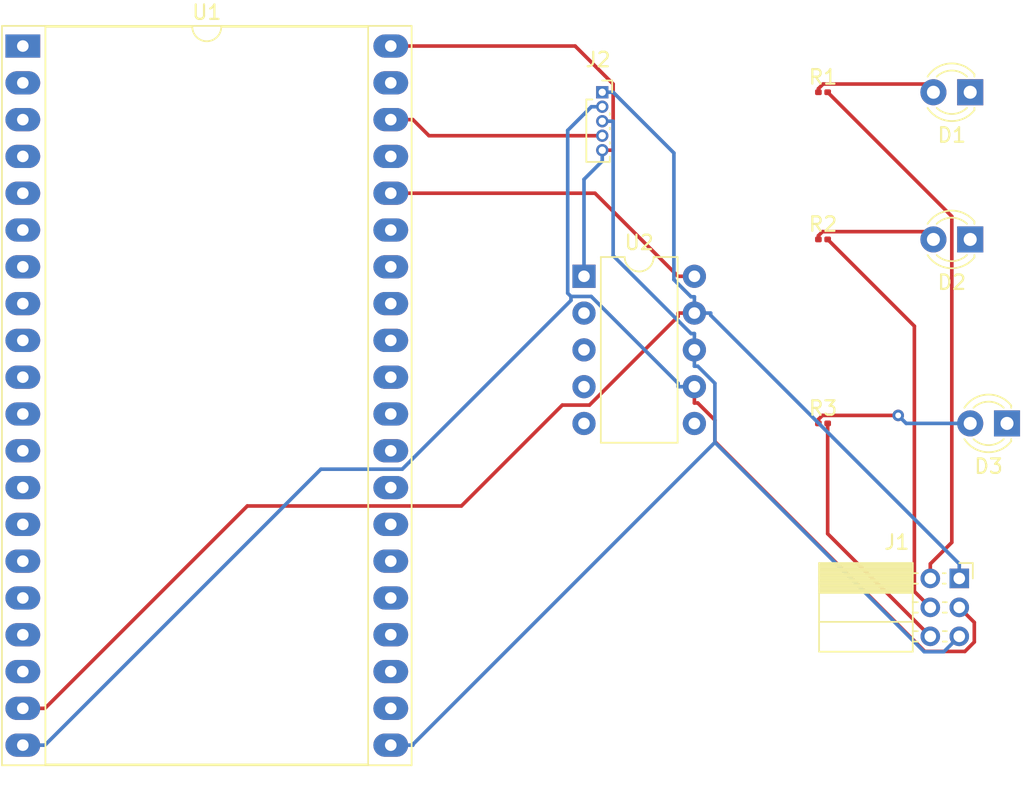
<source format=kicad_pcb>
(kicad_pcb (version 20211014) (generator pcbnew)
  (layers (0 "F.Cu" signal) (31 "B.Cu" signal) (34 "B.Paste" user) (35 "F.Paste" user) (36 "B.SilkS" user "B.Silkscreen") (37 "F.SilkS" user "F.Silkscreen") (38 "B.Mask" user) (39 "F.Mask" user) (44 "Edge.Cuts" user))
  (net 0 "")
  (net 2 "Net-(D1-Pad2)")
  (net 4 "Net-(D2-Pad2)")
  (net 6 "Net-(D3-Pad2)")
  (net 7 "Net-(J1-Pad1)")
  (net 8 "Net-(J1-Pad2)")
  (net 9 "Net-(J1-Pad3)")
  (net 10 "Net-(J1-Pad4)")
  (net 11 "Net-(J1-Pad5)")
  (net 12 "Net-(J1-Pad6)")
  (net 45 "Net-(U1-Pad36)")
  (net 47 "Net-(J2-Pad4)")
  (net 49 "Net-(J2-Pad5)")
  (footprint "Resistor_SMD:R_0201_0603Metric" (layer "F.Cu") (at 144.78 78.74)
    (fp_text reference "R1" (at 0 -1.05) (layer "F.SilkS"))
    (fp_text value "330")
    (pad "1" smd roundrect (at -0.32 0) (size 0.46 0.4) (layers "F.Cu" "F.Mask") (net 2 "Net-(D1-Pad2)"))
    (pad "2" smd roundrect (at 0.32 0) (size 0.46 0.4) (layers "F.Cu" "F.Mask") (net 8 "Net-(J1-Pad2)"))
  )
  (footprint "Package_DIP:DIP-40_W25.4mm_Socket_LongPads" (layer "F.Cu") (at 89.54 75.55)
    (fp_text reference "U1" (at 12.7 -2.33) (layer "F.SilkS"))
    (fp_text value "Pico-MCU_RaspberryPi_and_Boards")
    (fp_line (start -1.44 49.65) (end 26.84 49.65) (layer "F.SilkS") (width 0.12))
    (fp_line (start 11.7 -1.33) (end 1.56 -1.33) (layer "F.SilkS") (width 0.12))
    (fp_line (start 1.56 49.59) (end 23.84 49.59) (layer "F.SilkS") (width 0.12))
    (fp_line (start 23.84 -1.33) (end 13.7 -1.33) (layer "F.SilkS") (width 0.12))
    (fp_line (start 1.56 -1.33) (end 1.56 49.59) (layer "F.SilkS") (width 0.12))
    (fp_line (start -1.44 -1.39) (end -1.44 49.65) (layer "F.SilkS") (width 0.12))
    (fp_line (start 23.84 49.59) (end 23.84 -1.33) (layer "F.SilkS") (width 0.12))
    (fp_line (start 26.84 49.65) (end 26.84 -1.39) (layer "F.SilkS") (width 0.12))
    (fp_line (start 26.84 -1.39) (end -1.44 -1.39) (layer "F.SilkS") (width 0.12))
    (fp_arc (start 13.7 -1.33) (mid 12.7 -0.33) (end 11.7 -1.33) (layer "F.SilkS") (width 0.12))
    (pad "1" thru_hole rect (at 0 0) (size 2.4 1.6) (drill 0.8) (layers *.Cu *.Mask))
    (pad "2" thru_hole oval (at 0 2.54) (size 2.4 1.6) (drill 0.8) (layers *.Cu *.Mask))
    (pad "3" thru_hole oval (at 0 5.08) (size 2.4 1.6) (drill 0.8) (layers *.Cu *.Mask))
    (pad "4" thru_hole oval (at 0 7.62) (size 2.4 1.6) (drill 0.8) (layers *.Cu *.Mask))
    (pad "5" thru_hole oval (at 0 10.16) (size 2.4 1.6) (drill 0.8) (layers *.Cu *.Mask))
    (pad "6" thru_hole oval (at 0 12.7) (size 2.4 1.6) (drill 0.8) (layers *.Cu *.Mask))
    (pad "7" thru_hole oval (at 0 15.24) (size 2.4 1.6) (drill 0.8) (layers *.Cu *.Mask))
    (pad "8" thru_hole oval (at 0 17.78) (size 2.4 1.6) (drill 0.8) (layers *.Cu *.Mask))
    (pad "9" thru_hole oval (at 0 20.32) (size 2.4 1.6) (drill 0.8) (layers *.Cu *.Mask))
    (pad "10" thru_hole oval (at 0 22.86) (size 2.4 1.6) (drill 0.8) (layers *.Cu *.Mask))
    (pad "11" thru_hole oval (at 0 25.4) (size 2.4 1.6) (drill 0.8) (layers *.Cu *.Mask))
    (pad "12" thru_hole oval (at 0 27.94) (size 2.4 1.6) (drill 0.8) (layers *.Cu *.Mask))
    (pad "13" thru_hole oval (at 0 30.48) (size 2.4 1.6) (drill 0.8) (layers *.Cu *.Mask))
    (pad "14" thru_hole oval (at 0 33.02) (size 2.4 1.6) (drill 0.8) (layers *.Cu *.Mask))
    (pad "15" thru_hole oval (at 0 35.56) (size 2.4 1.6) (drill 0.8) (layers *.Cu *.Mask))
    (pad "16" thru_hole oval (at 0 38.1) (size 2.4 1.6) (drill 0.8) (layers *.Cu *.Mask))
    (pad "17" thru_hole oval (at 0 40.64) (size 2.4 1.6) (drill 0.8) (layers *.Cu *.Mask))
    (pad "18" thru_hole oval (at 0 43.18) (size 2.4 1.6) (drill 0.8) (layers *.Cu *.Mask))
    (pad "19" thru_hole oval (at 0 45.72) (size 2.4 1.6) (drill 0.8) (layers *.Cu *.Mask) (net 7 "Net-(J1-Pad1)"))
    (pad "20" thru_hole oval (at 0 48.26) (size 2.4 1.6) (drill 0.8) (layers *.Cu *.Mask) (net 9 "Net-(J1-Pad3)"))
    (pad "21" thru_hole oval (at 25.4 48.26) (size 2.4 1.6) (drill 0.8) (layers *.Cu *.Mask) (net 11 "Net-(J1-Pad5)"))
    (pad "22" thru_hole oval (at 25.4 45.72) (size 2.4 1.6) (drill 0.8) (layers *.Cu *.Mask))
    (pad "23" thru_hole oval (at 25.4 43.18) (size 2.4 1.6) (drill 0.8) (layers *.Cu *.Mask))
    (pad "24" thru_hole oval (at 25.4 40.64) (size 2.4 1.6) (drill 0.8) (layers *.Cu *.Mask))
    (pad "25" thru_hole oval (at 25.4 38.1) (size 2.4 1.6) (drill 0.8) (layers *.Cu *.Mask))
    (pad "26" thru_hole oval (at 25.4 35.56) (size 2.4 1.6) (drill 0.8) (layers *.Cu *.Mask))
    (pad "27" thru_hole oval (at 25.4 33.02) (size 2.4 1.6) (drill 0.8) (layers *.Cu *.Mask))
    (pad "28" thru_hole oval (at 25.4 30.48) (size 2.4 1.6) (drill 0.8) (layers *.Cu *.Mask))
    (pad "29" thru_hole oval (at 25.4 27.94) (size 2.4 1.6) (drill 0.8) (layers *.Cu *.Mask))
    (pad "30" thru_hole oval (at 25.4 25.4) (size 2.4 1.6) (drill 0.8) (layers *.Cu *.Mask))
    (pad "31" thru_hole oval (at 25.4 22.86) (size 2.4 1.6) (drill 0.8) (layers *.Cu *.Mask))
    (pad "32" thru_hole oval (at 25.4 20.32) (size 2.4 1.6) (drill 0.8) (layers *.Cu *.Mask))
    (pad "33" thru_hole oval (at 25.4 17.78) (size 2.4 1.6) (drill 0.8) (layers *.Cu *.Mask))
    (pad "34" thru_hole oval (at 25.4 15.24) (size 2.4 1.6) (drill 0.8) (layers *.Cu *.Mask))
    (pad "35" thru_hole oval (at 25.4 12.7) (size 2.4 1.6) (drill 0.8) (layers *.Cu *.Mask))
    (pad "36" thru_hole oval (at 25.4 10.16) (size 2.4 1.6) (drill 0.8) (layers *.Cu *.Mask) (net 45 "Net-(U1-Pad36)"))
    (pad "37" thru_hole oval (at 25.4 7.62) (size 2.4 1.6) (drill 0.8) (layers *.Cu *.Mask))
    (pad "38" thru_hole oval (at 25.4 5.08) (size 2.4 1.6) (drill 0.8) (layers *.Cu *.Mask) (net 47 "Net-(J2-Pad4)"))
    (pad "39" thru_hole oval (at 25.4 2.54) (size 2.4 1.6) (drill 0.8) (layers *.Cu *.Mask))
    (pad "40" thru_hole oval (at 25.4 0) (size 2.4 1.6) (drill 0.8) (layers *.Cu *.Mask) (net 49 "Net-(J2-Pad5)"))
  )
  (footprint "LED_THT:LED_D3.0mm" (layer "F.Cu") (at 154.94 78.74 180)
    (fp_text reference "D1" (at 1.27 -2.96) (layer "F.SilkS"))
    (fp_text value "LED")
    (fp_line (start -0.29 1.08) (end -0.29 1.236) (layer "F.SilkS") (width 0.12))
    (fp_line (start -0.29 -1.236) (end -0.29 -1.08) (layer "F.SilkS") (width 0.12))
    (fp_arc (start 2.31113 1.079837) (mid 1.270117 1.5) (end 0.229039 1.08) (layer "F.SilkS") (width 0.12))
    (fp_arc (start 0.229039 -1.08) (mid 1.270117 -1.5) (end 2.31113 -1.079837) (layer "F.SilkS") (width 0.12))
    (fp_arc (start 2.942335 1.078608) (mid 1.366487 1.987659) (end -0.29 1.235516) (layer "F.SilkS") (width 0.12))
    (fp_arc (start -0.29 -1.235516) (mid 1.366487 -1.987659) (end 2.942335 -1.078608) (layer "F.SilkS") (width 0.12))
    (pad "1" thru_hole rect (at 0 0 180) (size 1.8 1.8) (drill 0.9) (layers *.Cu *.Mask))
    (pad "2" thru_hole circle (at 2.54 0 180) (size 1.8 1.8) (drill 0.9) (layers *.Cu *.Mask) (net 2 "Net-(D1-Pad2)"))
  )
  (footprint "Resistor_SMD:R_0201_0603Metric" (layer "F.Cu") (at 144.78 88.9)
    (fp_text reference "R2" (at 0 -1.05) (layer "F.SilkS"))
    (fp_text value "330")
    (pad "1" smd roundrect (at -0.32 0) (size 0.46 0.4) (layers "F.Cu" "F.Mask") (net 4 "Net-(D2-Pad2)"))
    (pad "2" smd roundrect (at 0.32 0) (size 0.46 0.4) (layers "F.Cu" "F.Mask") (net 10 "Net-(J1-Pad4)"))
  )
  (footprint "Package_DIP:DIP-10_W7.62mm" (layer "F.Cu") (at 128.28 91.445)
    (fp_text reference "U2" (at 3.81 -2.33) (layer "F.SilkS"))
    (fp_text value "Pololu_4Ch")
    (fp_line (start 2.81 -1.33) (end 1.16 -1.33) (layer "F.SilkS") (width 0.12))
    (fp_line (start 6.46 -1.33) (end 4.81 -1.33) (layer "F.SilkS") (width 0.12))
    (fp_line (start 6.46 11.49) (end 6.46 -1.33) (layer "F.SilkS") (width 0.12))
    (fp_line (start 1.16 11.49) (end 6.46 11.49) (layer "F.SilkS") (width 0.12))
    (fp_line (start 1.16 -1.33) (end 1.16 11.49) (layer "F.SilkS") (width 0.12))
    (fp_arc (start 4.81 -1.33) (mid 3.81 -0.33) (end 2.81 -1.33) (layer "F.SilkS") (width 0.12))
    (pad "1" thru_hole rect (at 0 0) (size 1.6 1.6) (drill 0.8) (layers *.Cu *.Mask) (net 49 "Net-(J2-Pad5)"))
    (pad "2" thru_hole oval (at 0 2.54) (size 1.6 1.6) (drill 0.8) (layers *.Cu *.Mask))
    (pad "3" thru_hole oval (at 0 5.08) (size 1.6 1.6) (drill 0.8) (layers *.Cu *.Mask))
    (pad "4" thru_hole oval (at 0 7.62) (size 1.6 1.6) (drill 0.8) (layers *.Cu *.Mask))
    (pad "5" thru_hole oval (at 0 10.16) (size 1.6 1.6) (drill 0.8) (layers *.Cu *.Mask))
    (pad "6" thru_hole oval (at 7.62 10.16) (size 1.6 1.6) (drill 0.8) (layers *.Cu *.Mask))
    (pad "7" thru_hole oval (at 7.62 7.62) (size 1.6 1.6) (drill 0.8) (layers *.Cu *.Mask) (net 9 "Net-(J1-Pad3)"))
    (pad "8" thru_hole oval (at 7.62 5.08) (size 1.6 1.6) (drill 0.8) (layers *.Cu *.Mask) (net 11 "Net-(J1-Pad5)"))
    (pad "9" thru_hole oval (at 7.62 2.54) (size 1.6 1.6) (drill 0.8) (layers *.Cu *.Mask) (net 7 "Net-(J1-Pad1)"))
    (pad "10" thru_hole oval (at 7.62 0) (size 1.6 1.6) (drill 0.8) (layers *.Cu *.Mask) (net 45 "Net-(U1-Pad36)"))
  )
  (footprint "Resistor_SMD:R_0201_0603Metric" (layer "F.Cu") (at 144.78 101.6)
    (fp_text reference "R3" (at 0 -1.05) (layer "F.SilkS"))
    (fp_text value "330")
    (pad "1" smd roundrect (at -0.32 0) (size 0.46 0.4) (layers "F.Cu" "F.Mask") (net 6 "Net-(D3-Pad2)"))
    (pad "2" smd roundrect (at 0.32 0) (size 0.46 0.4) (layers "F.Cu" "F.Mask") (net 12 "Net-(J1-Pad6)"))
  )
  (footprint "Connector_PinSocket_1.00mm:PinSocket_1x05_P1.00mm_Vertical" (layer "F.Cu") (at 129.54 78.74)
    (fp_text reference "J2" (at -0.29 -2.25) (layer "F.SilkS"))
    (fp_text value "Conn_01x05_Male")
    (fp_line (start 0.685 -0.81) (end 0.685 0) (layer "F.SilkS") (width 0.12))
    (fp_line (start 0.52 3.445898) (end 0.52 3.554102) (layer "F.SilkS") (width 0.12))
    (fp_line (start 0.52 4.445898) (end 0.52 4.81) (layer "F.SilkS") (width 0.12))
    (fp_line (start 0 -0.81) (end 0.685 -0.81) (layer "F.SilkS") (width 0.12))
    (fp_line (start 0.52 1.445898) (end 0.52 1.554102) (layer "F.SilkS") (width 0.12))
    (fp_line (start 0.52 2.445898) (end 0.52 2.554102) (layer "F.SilkS") (width 0.12))
    (fp_line (start -1.1 0.5) (end -0.685 0.5) (layer "F.SilkS") (width 0.12))
    (fp_line (start -1.1 4.81) (end 0.52 4.81) (layer "F.SilkS") (width 0.12))
    (fp_line (start -1.1 0.5) (end -1.1 4.81) (layer "F.SilkS") (width 0.12))
    (pad "1" thru_hole rect (at 0 0) (size 0.85 0.85) (drill 0.5) (layers *.Cu *.Mask) (net 7 "Net-(J1-Pad1)"))
    (pad "2" thru_hole oval (at 0 1) (size 0.85 0.85) (drill 0.5) (layers *.Cu *.Mask) (net 9 "Net-(J1-Pad3)"))
    (pad "3" thru_hole oval (at 0 2) (size 0.85 0.85) (drill 0.5) (layers *.Cu *.Mask) (net 11 "Net-(J1-Pad5)"))
    (pad "4" thru_hole oval (at 0 3) (size 0.85 0.85) (drill 0.5) (layers *.Cu *.Mask) (net 47 "Net-(J2-Pad4)"))
    (pad "5" thru_hole oval (at 0 4) (size 0.85 0.85) (drill 0.5) (layers *.Cu *.Mask) (net 49 "Net-(J2-Pad5)"))
  )
  (footprint "LED_THT:LED_D3.0mm" (layer "F.Cu") (at 154.94 88.9 180)
    (fp_text reference "D2" (at 1.27 -2.96) (layer "F.SilkS"))
    (fp_text value "LED")
    (fp_line (start -0.29 1.08) (end -0.29 1.236) (layer "F.SilkS") (width 0.12))
    (fp_line (start -0.29 -1.236) (end -0.29 -1.08) (layer "F.SilkS") (width 0.12))
    (fp_arc (start 0.229039 -1.08) (mid 1.270117 -1.5) (end 2.31113 -1.079837) (layer "F.SilkS") (width 0.12))
    (fp_arc (start 2.942335 1.078608) (mid 1.366487 1.987659) (end -0.29 1.235516) (layer "F.SilkS") (width 0.12))
    (fp_arc (start -0.29 -1.235516) (mid 1.366487 -1.987659) (end 2.942335 -1.078608) (layer "F.SilkS") (width 0.12))
    (fp_arc (start 2.31113 1.079837) (mid 1.270117 1.5) (end 0.229039 1.08) (layer "F.SilkS") (width 0.12))
    (pad "1" thru_hole rect (at 0 0 180) (size 1.8 1.8) (drill 0.9) (layers *.Cu *.Mask))
    (pad "2" thru_hole circle (at 2.54 0 180) (size 1.8 1.8) (drill 0.9) (layers *.Cu *.Mask) (net 4 "Net-(D2-Pad2)"))
  )
  (footprint "LED_THT:LED_D3.0mm" (layer "F.Cu") (at 157.48 101.6 180)
    (fp_text reference "D3" (at 1.27 -2.96) (layer "F.SilkS"))
    (fp_text value "LED")
    (fp_line (start -0.29 -1.236) (end -0.29 -1.08) (layer "F.SilkS") (width 0.12))
    (fp_line (start -0.29 1.08) (end -0.29 1.236) (layer "F.SilkS") (width 0.12))
    (fp_arc (start -0.29 -1.235516) (mid 1.366487 -1.987659) (end 2.942335 -1.078608) (layer "F.SilkS") (width 0.12))
    (fp_arc (start 0.229039 -1.08) (mid 1.270117 -1.5) (end 2.31113 -1.079837) (layer "F.SilkS") (width 0.12))
    (fp_arc (start 2.31113 1.079837) (mid 1.270117 1.5) (end 0.229039 1.08) (layer "F.SilkS") (width 0.12))
    (fp_arc (start 2.942335 1.078608) (mid 1.366487 1.987659) (end -0.29 1.235516) (layer "F.SilkS") (width 0.12))
    (pad "1" thru_hole rect (at 0 0 180) (size 1.8 1.8) (drill 0.9) (layers *.Cu *.Mask))
    (pad "2" thru_hole circle (at 2.54 0 180) (size 1.8 1.8) (drill 0.9) (layers *.Cu *.Mask) (net 6 "Net-(D3-Pad2)"))
  )
  (footprint "Connector_PinSocket_2.00mm:PinSocket_2x03_P2.00mm_Horizontal" (layer "F.Cu") (at 154.185 112.3)
    (fp_text reference "J1" (at -4.31 -2.5) (layer "F.SilkS"))
    (fp_text value "Conn_02x03_Odd_Even")
    (fp_line (start -9.68 -0.141174) (end -3.21 -0.141174) (layer "F.SilkS") (width 0.12))
    (fp_line (start -1.137083 4.36) (end -0.862917 4.36) (layer "F.SilkS") (width 0.12))
    (fp_line (start -9.68 -1.06) (end -3.21 -1.06) (layer "F.SilkS") (width 0.12))
    (fp_line (start -9.68 0.657652) (end -3.21 0.657652) (layer "F.SilkS") (width 0.12))
    (fp_line (start -1.137083 2.36) (end -0.862917 2.36) (layer "F.SilkS") (width 0.12))
    (fp_line (start -1.137083 -0.36) (end -0.935 -0.36) (layer "F.SilkS") (width 0.12))
    (fp_line (start -3.21 3.64) (end -2.862917 3.64) (layer "F.SilkS") (width 0.12))
    (fp_line (start 0 -1.06) (end 0.935 -1.06) (layer "F.SilkS") (width 0.12))
    (fp_line (start -3.21 -1.06) (end -3.21 5.06) (layer "F.SilkS") (width 0.12))
    (fp_line (start -9.68 -0.597646) (end -3.21 -0.597646) (layer "F.SilkS") (width 0.12))
    (fp_line (start -3.21 1.64) (end -2.862917 1.64) (layer "F.SilkS") (width 0.12))
    (fp_line (start -9.68 5.06) (end -3.21 5.06) (layer "F.SilkS") (width 0.12))
    (fp_line (start -9.68 -1.06) (end -9.68 5.06) (layer "F.SilkS") (width 0.12))
    (fp_line (start -9.68 0.315298) (end -3.21 0.315298) (layer "F.SilkS") (width 0.12))
    (fp_line (start -1.137083 1.64) (end -0.862917 1.64) (layer "F.SilkS") (width 0.12))
    (fp_line (start -9.68 0.087062) (end -3.21 0.087062) (layer "F.SilkS") (width 0.12))
    (fp_line (start -9.68 -0.94) (end -3.21 -0.94) (layer "F.SilkS") (width 0.12))
    (fp_line (start -9.68 -0.027056) (end -3.21 -0.027056) (layer "F.SilkS") (width 0.12))
    (fp_line (start -9.68 -0.483528) (end -3.21 -0.483528) (layer "F.SilkS") (width 0.12))
    (fp_line (start -9.68 0.885888) (end -3.21 0.885888) (layer "F.SilkS") (width 0.12))
    (fp_line (start -9.68 -0.825882) (end -3.21 -0.825882) (layer "F.SilkS") (width 0.12))
    (fp_line (start -9.68 -0.36941) (end -3.21 -0.36941) (layer "F.SilkS") (width 0.12))
    (fp_line (start -9.68 0.429416) (end -3.21 0.429416) (layer "F.SilkS") (width 0.12))
    (fp_line (start 0.935 -1.06) (end 0.935 0) (layer "F.SilkS") (width 0.12))
    (fp_line (start -3.21 4.36) (end -2.862917 4.36) (layer "F.SilkS") (width 0.12))
    (fp_line (start -1.137083 0.36) (end -0.935 0.36) (layer "F.SilkS") (width 0.12))
    (fp_line (start -9.68 1) (end -3.21 1) (layer "F.SilkS") (width 0.12))
    (fp_line (start -3.21 2.36) (end -2.862917 2.36) (layer "F.SilkS") (width 0.12))
    (fp_line (start -9.68 0.20118) (end -3.21 0.20118) (layer "F.SilkS") (width 0.12))
    (fp_line (start -9.68 0.77177) (end -3.21 0.77177) (layer "F.SilkS") (width 0.12))
    (fp_line (start -9.68 0.543534) (end -3.21 0.543534) (layer "F.SilkS") (width 0.12))
    (fp_line (start -3.21 -0.36) (end -2.862917 -0.36) (layer "F.SilkS") (width 0.12))
    (fp_line (start -9.68 -0.255292) (end -3.21 -0.255292) (layer "F.SilkS") (width 0.12))
    (fp_line (start -3.21 0.36) (end -2.862917 0.36) (layer "F.SilkS") (width 0.12))
    (fp_line (start -9.68 -0.711764) (end -3.21 -0.711764) (layer "F.SilkS") (width 0.12))
    (fp_line (start -1.137083 3.64) (end -0.862917 3.64) (layer "F.SilkS") (width 0.12))
    (fp_line (start -9.68 3) (end -3.21 3) (layer "F.SilkS") (width 0.12))
    (pad "1" thru_hole rect (at 0 0) (size 1.35 1.35) (drill 0.8) (layers *.Cu *.Mask) (net 7 "Net-(J1-Pad1)"))
    (pad "2" thru_hole oval (at -2 0) (size 1.35 1.35) (drill 0.8) (layers *.Cu *.Mask) (net 8 "Net-(J1-Pad2)"))
    (pad "3" thru_hole oval (at 0 2) (size 1.35 1.35) (drill 0.8) (layers *.Cu *.Mask) (net 9 "Net-(J1-Pad3)"))
    (pad "4" thru_hole oval (at -2 2) (size 1.35 1.35) (drill 0.8) (layers *.Cu *.Mask) (net 10 "Net-(J1-Pad4)"))
    (pad "5" thru_hole oval (at 0 4) (size 1.35 1.35) (drill 0.8) (layers *.Cu *.Mask) (net 11 "Net-(J1-Pad5)"))
    (pad "6" thru_hole oval (at -2 4) (size 1.35 1.35) (drill 0.8) (layers *.Cu *.Mask) (net 12 "Net-(J1-Pad6)"))
  )
  (segment (start 144.7819 78.1727) (end 144.46 78.4946) (width 0.25) (layer "F.Cu") (net 2))
  (segment (start 144.46 78.4946) (end 144.46 78.74) (width 0.25) (layer "F.Cu") (net 2))
  (segment (start 151.8327 78.1727) (end 144.7819 78.1727) (width 0.25) (layer "F.Cu") (net 2))
  (segment (start 152.4 78.74) (end 151.8327 78.1727) (width 0.25) (layer "F.Cu") (net 2))
  (segment (start 144.46 88.6434) (end 144.46 88.9) (width 0.25) (layer "F.Cu") (net 4))
  (segment (start 151.8629 88.3629) (end 144.7405 88.3629) (width 0.25) (layer "F.Cu") (net 4))
  (segment (start 152.4 88.9) (end 151.8629 88.3629) (width 0.25) (layer "F.Cu") (net 4))
  (segment (start 144.7405 88.3629) (end 144.46 88.6434) (width 0.25) (layer "F.Cu") (net 4))
  (segment (start 144.46 101.6) (end 144.4601 101.6) (width 0.25) (layer "F.Cu") (net 6))
  (segment (start 144.7355 101.049) (end 149.9693 101.049) (width 0.25) (layer "F.Cu") (net 6))
  (segment (start 144.4601 101.6) (end 144.4601 101.3244) (width 0.25) (layer "F.Cu") (net 6))
  (segment (start 144.4601 101.3244) (end 144.7355 101.049) (width 0.25) (layer "F.Cu") (net 6))
  (via (at 149.9693 101.049) (size 0.8) (drill 0.4) (layers "F.Cu" "B.Cu") (net 6))
  (segment (start 150.5203 101.6) (end 149.9693 101.049) (width 0.25) (layer "B.Cu") (net 6))
  (segment (start 154.94 101.6) (end 150.5203 101.6) (width 0.25) (layer "B.Cu") (net 6))
  (segment (start 134.7731 94.2185) (end 134.7731 93.985) (width 0.25) (layer "F.Cu") (net 7))
  (segment (start 91.0669 121.27) (end 105.0369 107.3) (width 0.25) (layer "F.Cu") (net 7))
  (segment (start 128.6566 100.335) (end 134.7731 94.2185) (width 0.25) (layer "F.Cu") (net 7))
  (segment (start 126.7817 100.335) (end 128.6566 100.335) (width 0.25) (layer "F.Cu") (net 7))
  (segment (start 119.8167 107.3) (end 126.7817 100.335) (width 0.25) (layer "F.Cu") (net 7))
  (segment (start 135.9 93.985) (end 134.7731 93.985) (width 0.25) (layer "F.Cu") (net 7))
  (segment (start 89.54 121.27) (end 91.0669 121.27) (width 0.25) (layer "F.Cu") (net 7))
  (segment (start 105.0369 107.3) (end 119.8167 107.3) (width 0.25) (layer "F.Cu") (net 7))
  (segment (start 134.4854 82.9335) (end 134.4854 91.677) (width 0.25) (layer "B.Cu") (net 7))
  (segment (start 135.6665 92.8581) (end 135.9 92.8581) (width 0.25) (layer "B.Cu") (net 7))
  (segment (start 137.0269 94.14) (end 137.0269 93.985) (width 0.25) (layer "B.Cu") (net 7))
  (segment (start 134.4854 91.677) (end 135.6665 92.8581) (width 0.25) (layer "B.Cu") (net 7))
  (segment (start 154.185 111.2981) (end 137.0269 94.14) (width 0.25) (layer "B.Cu") (net 7))
  (segment (start 135.9 93.985) (end 135.9 92.8581) (width 0.25) (layer "B.Cu") (net 7))
  (segment (start 129.54 78.74) (end 130.2919 78.74) (width 0.25) (layer "B.Cu") (net 7))
  (segment (start 154.185 112.3) (end 154.185 111.2981) (width 0.25) (layer "B.Cu") (net 7))
  (segment (start 130.2919 78.74) (end 134.4854 82.9335) (width 0.25) (layer "B.Cu") (net 7))
  (segment (start 135.9 93.985) (end 137.0269 93.985) (width 0.25) (layer "B.Cu") (net 7))
  (segment (start 152.185 111.2981) (end 153.67 109.8131) (width 0.25) (layer "F.Cu") (net 8))
  (segment (start 153.67 87.31) (end 145.1 78.74) (width 0.25) (layer "F.Cu") (net 8))
  (segment (start 152.185 112.3) (end 152.185 111.2981) (width 0.25) (layer "F.Cu") (net 8))
  (segment (start 153.67 109.8131) (end 153.67 87.31) (width 0.25) (layer "F.Cu") (net 8))
  (segment (start 135.9 99.065) (end 135.9 100.1919) (width 0.25) (layer "F.Cu") (net 9))
  (segment (start 151.8044 117.341) (end 137.3146 102.8512) (width 0.25) (layer "F.Cu") (net 9))
  (segment (start 155.2234 116.6903) (end 154.5727 117.341) (width 0.25) (layer "F.Cu") (net 9))
  (segment (start 137.3146 101.373) (end 136.1335 100.1919) (width 0.25) (layer "F.Cu") (net 9))
  (segment (start 154.5727 117.341) (end 151.8044 117.341) (width 0.25) (layer "F.Cu") (net 9))
  (segment (start 154.185 114.3) (end 155.2234 115.3384) (width 0.25) (layer "F.Cu") (net 9))
  (segment (start 136.1335 100.1919) (end 135.9 100.1919) (width 0.25) (layer "F.Cu") (net 9))
  (segment (start 155.2234 115.3384) (end 155.2234 116.6903) (width 0.25) (layer "F.Cu") (net 9))
  (segment (start 137.3146 102.8512) (end 137.3146 101.373) (width 0.25) (layer "F.Cu") (net 9))
  (segment (start 110.1169 104.76) (end 115.7324 104.76) (width 0.25) (layer "B.Cu") (net 9))
  (segment (start 127.1531 92.6108) (end 127.1531 81.375) (width 0.25) (layer "B.Cu") (net 9))
  (segment (start 127.1531 81.375) (end 128.7881 79.74) (width 0.25) (layer "B.Cu") (net 9))
  (segment (start 127.3799 92.8376) (end 127.1531 92.6108) (width 0.25) (layer "B.Cu") (net 9))
  (segment (start 89.54 123.81) (end 91.0669 123.81) (width 0.25) (layer "B.Cu") (net 9))
  (segment (start 135.9 99.065) (end 134.7731 99.065) (width 0.25) (layer "B.Cu") (net 9))
  (segment (start 115.7324 104.76) (end 127.3799 93.1125) (width 0.25) (layer "B.Cu") (net 9))
  (segment (start 134.7731 98.8315) (end 134.7731 99.065) (width 0.25) (layer "B.Cu") (net 9))
  (segment (start 127.3799 93.1125) (end 127.3799 92.8376) (width 0.25) (layer "B.Cu") (net 9))
  (segment (start 127.3799 92.8376) (end 128.7792 92.8376) (width 0.25) (layer "B.Cu") (net 9))
  (segment (start 128.7792 92.8376) (end 134.7731 98.8315) (width 0.25) (layer "B.Cu") (net 9))
  (segment (start 129.54 79.74) (end 128.7881 79.74) (width 0.25) (layer "B.Cu") (net 9))
  (segment (start 91.0669 123.81) (end 110.1169 104.76) (width 0.25) (layer "B.Cu") (net 9))
  (segment (start 151.0855 94.8855) (end 145.1 88.9) (width 0.25) (layer "F.Cu") (net 10))
  (segment (start 152.185 114.3) (end 151.0855 113.2005) (width 0.25) (layer "F.Cu") (net 10))
  (segment (start 151.0855 113.2005) (end 151.0855 94.8855) (width 0.25) (layer "F.Cu") (net 10))
  (segment (start 116.4669 123.7595) (end 116.4669 123.81) (width 0.25) (layer "B.Cu") (net 11))
  (segment (start 153.1248 117.3602) (end 151.763 117.3602) (width 0.25) (layer "B.Cu") (net 11))
  (segment (start 135.6665 95.3981) (end 135.9 95.3981) (width 0.25) (layer "B.Cu") (net 11))
  (segment (start 135.9 96.525) (end 135.9 97.6519) (width 0.25) (layer "B.Cu") (net 11))
  (segment (start 136.1335 97.6519) (end 135.9 97.6519) (width 0.25) (layer "B.Cu") (net 11))
  (segment (start 137.3146 98.833) (end 136.1335 97.6519) (width 0.25) (layer "B.Cu") (net 11))
  (segment (start 154.185 116.3) (end 153.1248 117.3602) (width 0.25) (layer "B.Cu") (net 11))
  (segment (start 130.2919 90.0235) (end 135.6665 95.3981) (width 0.25) (layer "B.Cu") (net 11))
  (segment (start 151.763 117.3602) (end 137.3146 102.9118) (width 0.25) (layer "B.Cu") (net 11))
  (segment (start 135.9 96.525) (end 135.9 95.3981) (width 0.25) (layer "B.Cu") (net 11))
  (segment (start 129.54 80.74) (end 130.2919 80.74) (width 0.25) (layer "B.Cu") (net 11))
  (segment (start 137.3146 102.9118) (end 116.4669 123.7595) (width 0.25) (layer "B.Cu") (net 11))
  (segment (start 130.2919 80.74) (end 130.2919 90.0235) (width 0.25) (layer "B.Cu") (net 11))
  (segment (start 137.3146 102.9118) (end 137.3146 98.833) (width 0.25) (layer "B.Cu") (net 11))
  (segment (start 114.94 123.81) (end 116.4669 123.81) (width 0.25) (layer "B.Cu") (net 11))
  (segment (start 152.185 116.3) (end 145.1 109.215) (width 0.25) (layer "F.Cu") (net 12))
  (segment (start 145.1 109.215) (end 145.1 101.6) (width 0.25) (layer "F.Cu") (net 12))
  (segment (start 134.7731 91.445) (end 129.0381 85.71) (width 0.25) (layer "F.Cu") (net 45))
  (segment (start 135.9 91.445) (end 134.7731 91.445) (width 0.25) (layer "F.Cu") (net 45))
  (segment (start 129.0381 85.71) (end 114.94 85.71) (width 0.25) (layer "F.Cu") (net 45))
  (segment (start 114.94 80.63) (end 116.4669 80.63) (width 0.25) (layer "F.Cu") (net 47))
  (segment (start 117.5769 81.74) (end 116.4669 80.63) (width 0.25) (layer "F.Cu") (net 47))
  (segment (start 129.54 81.74) (end 117.5769 81.74) (width 0.25) (layer "F.Cu") (net 47))
  (segment (start 130.2919 78.174) (end 127.6679 75.55) (width 0.25) (layer "F.Cu") (net 49))
  (segment (start 129.54 82.74) (end 130.2919 82.74) (width 0.25) (layer "F.Cu") (net 49))
  (segment (start 130.2919 82.74) (end 130.2919 78.174) (width 0.25) (layer "F.Cu") (net 49))
  (segment (start 127.6679 75.55) (end 114.94 75.55) (width 0.25) (layer "F.Cu") (net 49))
  (segment (start 129.54 82.74) (end 129.54 83.4919) (width 0.25) (layer "B.Cu") (net 49))
  (segment (start 128.28 84.7519) (end 128.28 91.445) (width 0.25) (layer "B.Cu") (net 49))
  (segment (start 129.54 83.4919) (end 128.28 84.7519) (width 0.25) (layer "B.Cu") (net 49))
)
</source>
